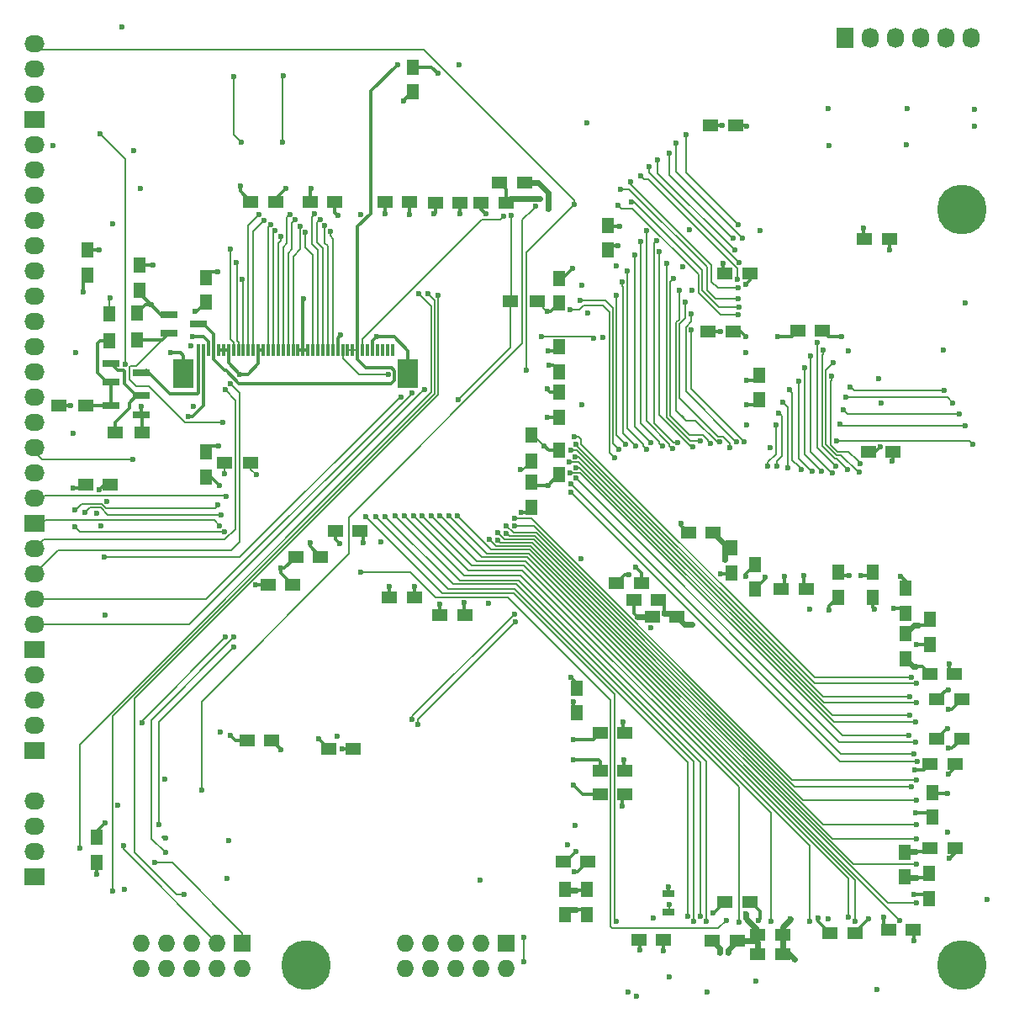
<source format=gbr>
G04 #@! TF.FileFunction,Copper,L4,Bot,Signal*
%FSLAX46Y46*%
G04 Gerber Fmt 4.6, Leading zero omitted, Abs format (unit mm)*
G04 Created by KiCad (PCBNEW 0.201602141416+6556~42~ubuntu14.04.1-product) date ons 24 feb 2016 10:42:23*
%MOMM*%
G01*
G04 APERTURE LIST*
%ADD10C,0.100000*%
%ADD11C,5.000000*%
%ADD12R,1.727200X1.727200*%
%ADD13O,1.727200X1.727200*%
%ADD14R,0.300000X1.250000*%
%ADD15R,2.000000X3.000000*%
%ADD16R,1.800860X0.800100*%
%ADD17R,2.032000X1.727200*%
%ADD18O,2.032000X1.727200*%
%ADD19R,1.727200X2.032000*%
%ADD20O,1.727200X2.032000*%
%ADD21R,1.300000X1.500000*%
%ADD22R,1.500000X1.300000*%
%ADD23R,1.300000X0.700000*%
%ADD24R,1.250000X1.500000*%
%ADD25R,1.500000X1.250000*%
%ADD26C,0.600000*%
%ADD27C,0.165100*%
%ADD28C,0.609600*%
%ADD29C,0.304800*%
G04 APERTURE END LIST*
D10*
D11*
X115000000Y-146000000D03*
X181000000Y-70000000D03*
D12*
X108600000Y-143800000D03*
D13*
X108600000Y-146340000D03*
X106060000Y-143800000D03*
X106060000Y-146340000D03*
X103520000Y-143800000D03*
X103520000Y-146340000D03*
X100980000Y-143800000D03*
X100980000Y-146340000D03*
X98440000Y-143800000D03*
X98440000Y-146340000D03*
D12*
X135180000Y-143800000D03*
D13*
X135180000Y-146340000D03*
X132640000Y-143800000D03*
X132640000Y-146340000D03*
X130100000Y-143800000D03*
X130100000Y-146340000D03*
X127560000Y-143800000D03*
X127560000Y-146340000D03*
X125020000Y-143800000D03*
X125020000Y-146340000D03*
D14*
X104190000Y-84175000D03*
X104690000Y-84175000D03*
X105190000Y-84175000D03*
X105690000Y-84175000D03*
X106190000Y-84175000D03*
X106690000Y-84175000D03*
X107190000Y-84175000D03*
X107690000Y-84175000D03*
X108190000Y-84175000D03*
X108690000Y-84175000D03*
X109190000Y-84175000D03*
X109690000Y-84175000D03*
X110190000Y-84175000D03*
X110690000Y-84175000D03*
X111190000Y-84175000D03*
X111690000Y-84175000D03*
X112190000Y-84175000D03*
X112690000Y-84175000D03*
X113190000Y-84175000D03*
X113690000Y-84175000D03*
X114190000Y-84175000D03*
X114690000Y-84175000D03*
X115190000Y-84175000D03*
X115690000Y-84175000D03*
X116190000Y-84175000D03*
X116690000Y-84175000D03*
X117190000Y-84175000D03*
X117690000Y-84175000D03*
X118190000Y-84175000D03*
X118690000Y-84175000D03*
X119190000Y-84175000D03*
X119690000Y-84175000D03*
X120190000Y-84175000D03*
X120690000Y-84175000D03*
X121190000Y-84175000D03*
X121690000Y-84175000D03*
X122190000Y-84175000D03*
X122690000Y-84175000D03*
X123190000Y-84175000D03*
X123690000Y-84175000D03*
D15*
X125230000Y-86500000D03*
X102650000Y-86500000D03*
D16*
X98401140Y-88750000D03*
X98401140Y-90650000D03*
X95398860Y-89700000D03*
X95398860Y-87350000D03*
X95398860Y-85450000D03*
X98401140Y-86400000D03*
D17*
X87630000Y-124460000D03*
D18*
X87630000Y-121920000D03*
X87630000Y-119380000D03*
X87630000Y-116840000D03*
D17*
X87630000Y-137160000D03*
D18*
X87630000Y-134620000D03*
X87630000Y-132080000D03*
X87630000Y-129540000D03*
D17*
X87630000Y-101600000D03*
D18*
X87630000Y-99060000D03*
X87630000Y-96520000D03*
X87630000Y-93980000D03*
X87630000Y-91440000D03*
X87630000Y-88900000D03*
X87630000Y-86360000D03*
X87630000Y-83820000D03*
X87630000Y-81280000D03*
X87630000Y-78740000D03*
X87630000Y-76200000D03*
X87630000Y-73660000D03*
X87630000Y-71120000D03*
X87630000Y-68580000D03*
X87630000Y-66040000D03*
X87630000Y-63500000D03*
D19*
X169250000Y-52750000D03*
D20*
X171790000Y-52750000D03*
X174330000Y-52750000D03*
X176870000Y-52750000D03*
X179410000Y-52750000D03*
X181950000Y-52750000D03*
D21*
X95200000Y-83200000D03*
X95200000Y-80500000D03*
D22*
X92850000Y-89700000D03*
X90150000Y-89700000D03*
X95750000Y-92400000D03*
X98450000Y-92400000D03*
D21*
X98000000Y-80450000D03*
X98000000Y-83150000D03*
D17*
X87630000Y-60960000D03*
D18*
X87630000Y-58420000D03*
X87630000Y-55880000D03*
X87630000Y-53340000D03*
D23*
X151500000Y-140700000D03*
X151500000Y-138800000D03*
D16*
X101198860Y-82450000D03*
X101198860Y-80550000D03*
X104201140Y-81500000D03*
D24*
X93950000Y-133200000D03*
X93950000Y-135700000D03*
D25*
X92800000Y-97650000D03*
X95300000Y-97650000D03*
D24*
X125750000Y-55650000D03*
X125750000Y-58150000D03*
X92950000Y-76600000D03*
X92950000Y-74100000D03*
X98250000Y-78100000D03*
X98250000Y-75600000D03*
D25*
X155750000Y-61500000D03*
X158250000Y-61500000D03*
X155500000Y-82300000D03*
X158000000Y-82300000D03*
D24*
X145400000Y-74100000D03*
X145400000Y-71600000D03*
D25*
X157200000Y-76450000D03*
X159700000Y-76450000D03*
X171250000Y-73000000D03*
X173750000Y-73000000D03*
X167000000Y-82200000D03*
X164500000Y-82200000D03*
X171600000Y-94350000D03*
X174100000Y-94350000D03*
D24*
X160600000Y-89150000D03*
X160600000Y-86650000D03*
D25*
X119750000Y-124250000D03*
X117250000Y-124250000D03*
X109050000Y-123450000D03*
X111550000Y-123450000D03*
X122950000Y-69200000D03*
X125450000Y-69200000D03*
X137000000Y-67300000D03*
X134500000Y-67300000D03*
X111950000Y-69200000D03*
X109450000Y-69200000D03*
D24*
X104900000Y-94400000D03*
X104900000Y-96900000D03*
X140450000Y-79400000D03*
X140450000Y-76900000D03*
X140500000Y-86300000D03*
X140500000Y-83800000D03*
D25*
X115400000Y-69250000D03*
X117900000Y-69250000D03*
X113650000Y-107750000D03*
X111150000Y-107750000D03*
X113950000Y-104950000D03*
X116450000Y-104950000D03*
D24*
X104900000Y-76850000D03*
X104900000Y-79350000D03*
X140500000Y-88400000D03*
X140500000Y-90900000D03*
X140500000Y-94200000D03*
X140500000Y-96700000D03*
D25*
X128000000Y-69300000D03*
X130500000Y-69300000D03*
X120450000Y-102350000D03*
X117950000Y-102350000D03*
X135150000Y-69300000D03*
X132650000Y-69300000D03*
X123400000Y-109000000D03*
X125900000Y-109000000D03*
D24*
X137700000Y-97450000D03*
X137700000Y-99950000D03*
D25*
X128500000Y-110800000D03*
X131000000Y-110800000D03*
X146250000Y-107550000D03*
X148750000Y-107550000D03*
D24*
X143250000Y-138450000D03*
X143250000Y-140950000D03*
D25*
X153500000Y-102550000D03*
X156000000Y-102550000D03*
X148000000Y-109250000D03*
X150500000Y-109250000D03*
X143400000Y-135600000D03*
X140900000Y-135600000D03*
X181000000Y-119300000D03*
X178500000Y-119300000D03*
X144600000Y-128850000D03*
X147100000Y-128850000D03*
D24*
X142250000Y-120650000D03*
X142250000Y-118150000D03*
X157800000Y-104050000D03*
X157800000Y-106550000D03*
X160200000Y-108200000D03*
X160200000Y-105700000D03*
D25*
X165350000Y-108150000D03*
X162850000Y-108150000D03*
X147100000Y-126500000D03*
X144600000Y-126500000D03*
X173650000Y-142450000D03*
X176150000Y-142450000D03*
X160500000Y-142950000D03*
X163000000Y-142950000D03*
X144600000Y-122700000D03*
X147100000Y-122700000D03*
X148500000Y-143450000D03*
X151000000Y-143450000D03*
X181000000Y-123250000D03*
X178500000Y-123250000D03*
X170250000Y-142800000D03*
X167750000Y-142800000D03*
D24*
X168600000Y-109000000D03*
X168600000Y-106500000D03*
X177750000Y-139300000D03*
X177750000Y-136800000D03*
X178050000Y-131150000D03*
X178050000Y-128650000D03*
X172050000Y-106500000D03*
X172050000Y-109000000D03*
D25*
X157200000Y-139650000D03*
X159700000Y-139650000D03*
X177850000Y-125800000D03*
X180350000Y-125800000D03*
X180300000Y-116750000D03*
X177800000Y-116750000D03*
D24*
X177800000Y-111250000D03*
X177800000Y-113750000D03*
D25*
X155900000Y-143600000D03*
X158400000Y-143600000D03*
X180350000Y-134250000D03*
X177850000Y-134250000D03*
D24*
X175350000Y-110600000D03*
X175350000Y-108100000D03*
D25*
X149850000Y-110950000D03*
X152350000Y-110950000D03*
D24*
X175250000Y-134650000D03*
X175250000Y-137150000D03*
D25*
X160500000Y-144950000D03*
X163000000Y-144950000D03*
D24*
X175350000Y-115200000D03*
X175350000Y-112700000D03*
X141100000Y-138450000D03*
X141100000Y-140950000D03*
D17*
X87630000Y-114300000D03*
D18*
X87630000Y-111760000D03*
X87630000Y-109220000D03*
X87630000Y-106680000D03*
X87630000Y-104140000D03*
D21*
X137700000Y-92650000D03*
X137700000Y-95350000D03*
D22*
X109450000Y-95500000D03*
X106750000Y-95500000D03*
X135550000Y-79200000D03*
X138250000Y-79200000D03*
D11*
X181000000Y-146000000D03*
D26*
X164150000Y-145400000D03*
X160585936Y-141521369D03*
X149750000Y-112040160D03*
X148594127Y-144488157D03*
X139335614Y-90900799D03*
X123400000Y-107950000D03*
X118400000Y-103600000D03*
X159300000Y-77550000D03*
X159400000Y-61600000D03*
X159250000Y-82750000D03*
X174050000Y-95350000D03*
X173800000Y-74050000D03*
X116250000Y-123250000D03*
X112500000Y-124350000D03*
X93950000Y-136850000D03*
X124800000Y-59050000D03*
X99550000Y-75600000D03*
X94156070Y-74101214D03*
X94150000Y-98150000D03*
X175450000Y-63475000D03*
X175500000Y-59800000D03*
X93949996Y-100600000D03*
X108400000Y-67650000D03*
X101350000Y-84402330D03*
X103600000Y-82750000D03*
X108300000Y-86550000D03*
X118500000Y-82600000D03*
X122100000Y-82800000D03*
X114750000Y-78950000D03*
X159350000Y-87200000D03*
X162500000Y-82750000D03*
X103650002Y-89800000D03*
X97650000Y-64100000D03*
X100850000Y-133250000D03*
X133400000Y-109650000D03*
X128450000Y-109700000D03*
X139300000Y-80200000D03*
X115500000Y-67900000D03*
X98350000Y-67900000D03*
X91800000Y-84350000D03*
X151450000Y-138150000D03*
X141950000Y-119500000D03*
X157150000Y-105250000D03*
X159350000Y-91650000D03*
X143350000Y-80450000D03*
X146250000Y-75700000D03*
X153850000Y-78150000D03*
X172900000Y-89500000D03*
X169650000Y-84200000D03*
X181350000Y-79400000D03*
X130400000Y-55450000D03*
X143300000Y-61300000D03*
X146600000Y-71700000D03*
X160750000Y-72100000D03*
X96450000Y-51650000D03*
X98400000Y-89800000D03*
X91300000Y-89750000D03*
X91550000Y-92500000D03*
X122500000Y-103400000D03*
X139350000Y-97750000D03*
X142750000Y-89600000D03*
X103850000Y-80250000D03*
X176200000Y-143600000D03*
X167550000Y-141350000D03*
X163800000Y-141400000D03*
X156650000Y-144750000D03*
X150000000Y-141250000D03*
X142150000Y-140450000D03*
X142050000Y-136650000D03*
X141300000Y-133900000D03*
X142100000Y-132000000D03*
X141900000Y-127900000D03*
X141950000Y-125400000D03*
X141900000Y-123350000D03*
X142650000Y-105150000D03*
X148150000Y-105950000D03*
X151100000Y-110650000D03*
X153900000Y-111700000D03*
X159250000Y-106900000D03*
X163150000Y-106950000D03*
X161700000Y-94000000D03*
X165750000Y-110250000D03*
X167700000Y-110300000D03*
X172250000Y-110250000D03*
X174200000Y-110150000D03*
X176600000Y-111850000D03*
X179750000Y-115700000D03*
X179700000Y-120300000D03*
X179700000Y-124200000D03*
X179700000Y-126800000D03*
X179600000Y-128750000D03*
X179600000Y-132650000D03*
X179800000Y-135300000D03*
X176500000Y-137200000D03*
X171600000Y-141400000D03*
X172500000Y-148500000D03*
X148300000Y-149200000D03*
X155400000Y-148700000D03*
X138500000Y-68900000D03*
X125400000Y-70500000D03*
X120500000Y-70500000D03*
X106300000Y-97800000D03*
X112500000Y-106100000D03*
X139427919Y-85654061D03*
X118100000Y-123000000D03*
X106400000Y-122600000D03*
X144900000Y-82900000D03*
X130500000Y-70400000D03*
X95500000Y-71400000D03*
X110000000Y-96700000D03*
X128300000Y-56300000D03*
X139265660Y-88056720D03*
X94747080Y-110782100D03*
X94361000Y-101818440D03*
X152750000Y-101550000D03*
X141650000Y-117050000D03*
X118600000Y-124250000D03*
X136650000Y-100450000D03*
X157000000Y-75400000D03*
X182350000Y-61600000D03*
X182350000Y-59900000D03*
X167550000Y-59800000D03*
X167650000Y-63575000D03*
X94950238Y-99348204D03*
X96047670Y-129900000D03*
X109937261Y-107787261D03*
X142778798Y-77600055D03*
X141850000Y-75900000D03*
X89550000Y-63600000D03*
X91550000Y-98050000D03*
X103400000Y-83700000D03*
X125900000Y-107900000D03*
X130950000Y-109550000D03*
X120750000Y-103550000D03*
X112950000Y-67900000D03*
X157500000Y-144750000D03*
X172700000Y-87000000D03*
X159400000Y-89650000D03*
X153600000Y-72000000D03*
X172800000Y-93850000D03*
X146450000Y-73650000D03*
X156950000Y-61500000D03*
X152900000Y-75750000D03*
X115400000Y-103500000D03*
X139000000Y-93750000D03*
X139350000Y-84250000D03*
X106100000Y-76250000D03*
X106200000Y-93750000D03*
X147550000Y-106750000D03*
X151600000Y-147200000D03*
X100800000Y-127300000D03*
X123000000Y-70400000D03*
X118200000Y-70600000D03*
X127900000Y-70400000D03*
X171100000Y-71900000D03*
X168900000Y-82800000D03*
X156700000Y-82300000D03*
X159300000Y-84400000D03*
X166600000Y-141300000D03*
X173200000Y-141200000D03*
X176200000Y-138900000D03*
X176400000Y-134600000D03*
X176400000Y-130700000D03*
X176300000Y-126400000D03*
X179600000Y-122200000D03*
X179700000Y-118300000D03*
X176400000Y-116000000D03*
X176500000Y-113800000D03*
X174900000Y-106900000D03*
X170900000Y-106800000D03*
X169700000Y-106800000D03*
X165100000Y-106800000D03*
X161200000Y-107000000D03*
X156700000Y-106700000D03*
X148400000Y-111000000D03*
X146900000Y-121600000D03*
X147000000Y-125400000D03*
X146800000Y-130000000D03*
X142200000Y-134600000D03*
X142200000Y-138500000D03*
X151000000Y-144600000D03*
X156000000Y-140800000D03*
X159300000Y-140900000D03*
X96700000Y-138400000D03*
X94800000Y-131700000D03*
X107200000Y-133500000D03*
X107000000Y-137300000D03*
X132500000Y-137500000D03*
X147400000Y-148700000D03*
X160300000Y-147600000D03*
X183600000Y-139400000D03*
X179200000Y-84100000D03*
X92600000Y-78300000D03*
X99400000Y-79600000D03*
X139400000Y-69900000D03*
X133126811Y-70452329D03*
X107364512Y-122913308D03*
X141708540Y-97637130D03*
X176229378Y-124805319D03*
X142191755Y-97043918D03*
X176400000Y-123550000D03*
X141624492Y-96478152D03*
X175700000Y-122900000D03*
X141700000Y-98450000D03*
X176550000Y-125500000D03*
X142214417Y-95948596D03*
X176400000Y-121600000D03*
X141518099Y-95380704D03*
X175750000Y-120900000D03*
X142110594Y-94853274D03*
X176500000Y-119650000D03*
X141680370Y-94220579D03*
X175750000Y-119000000D03*
X142164470Y-93628091D03*
X176500000Y-117700000D03*
X142000000Y-92850000D03*
X175950000Y-117050000D03*
X181400000Y-91750000D03*
X168738654Y-91548990D03*
X180750000Y-90550000D03*
X169068865Y-90129177D03*
X180100000Y-89450000D03*
X169316536Y-88909358D03*
X169784898Y-87842159D03*
X179250000Y-88200000D03*
X168408443Y-93276864D03*
X182150000Y-93600000D03*
X149752107Y-93482752D03*
X148092593Y-74552330D03*
X149250000Y-94100000D03*
X147371060Y-76152330D03*
X152400000Y-93450000D03*
X150319668Y-73104679D03*
X150858498Y-93796601D03*
X148700000Y-73247670D03*
X151900000Y-94050000D03*
X149255075Y-72152330D03*
X151300000Y-75447670D03*
X154701392Y-93246751D03*
X153950000Y-93850000D03*
X150600000Y-74200000D03*
X152000000Y-76947670D03*
X155750000Y-93550000D03*
X157650000Y-94000000D03*
X153200000Y-79300000D03*
X156650000Y-93400000D03*
X152600000Y-78100000D03*
X158315340Y-93378551D03*
X153787743Y-80498639D03*
X162624287Y-90452330D03*
X162391600Y-95801120D03*
X159129616Y-93369661D03*
X153787733Y-82098637D03*
X162315106Y-91647670D03*
X161513971Y-95858944D03*
X170800000Y-95550000D03*
X167900021Y-86746829D03*
X169532560Y-96164613D03*
X167100000Y-84100000D03*
X170750000Y-96450000D03*
X168100000Y-85400000D03*
X168350000Y-95850000D03*
X166500000Y-83400000D03*
X167971787Y-96515095D03*
X165812725Y-84759329D03*
X166900000Y-96300000D03*
X165234844Y-85947670D03*
X164900000Y-96150000D03*
X163670244Y-88152330D03*
X165950000Y-96350000D03*
X164632622Y-87253302D03*
X163550000Y-95950000D03*
X162992610Y-89367257D03*
X142613606Y-79172104D03*
X146500000Y-94150000D03*
X148200000Y-93800000D03*
X146800000Y-77247670D03*
X147150000Y-93600000D03*
X146277844Y-78632424D03*
X146050000Y-94999998D03*
X141593008Y-80077908D03*
X130300000Y-89100000D03*
X124532577Y-88858069D03*
X94700000Y-105000000D03*
X135700000Y-70547782D03*
X147734260Y-69247670D03*
X158562254Y-79787746D03*
X146653044Y-67952330D03*
X158550000Y-78950000D03*
X147689530Y-67183998D03*
X158500000Y-77900000D03*
X148710055Y-66644842D03*
X158450000Y-77000000D03*
X158612261Y-75337739D03*
X149539952Y-65710047D03*
X150416924Y-65001973D03*
X158150000Y-74100000D03*
X158000000Y-72900000D03*
X151600000Y-64350000D03*
X158950000Y-72900000D03*
X152250000Y-63300000D03*
X158500000Y-71500000D03*
X153300000Y-62500000D03*
X92200000Y-134250000D03*
X126350000Y-78500000D03*
X95500000Y-138550000D03*
X127250000Y-78500000D03*
X143968695Y-82959246D03*
X138700000Y-82750000D03*
X138141028Y-69669920D03*
X104500000Y-128450000D03*
X100850000Y-134700000D03*
X107750000Y-113050000D03*
X106800000Y-96600000D03*
X126300000Y-121800000D03*
X136100000Y-111500000D03*
X121000000Y-100900000D03*
X146200000Y-141600000D03*
X97518354Y-95156154D03*
X122000000Y-100900000D03*
X153400000Y-141100000D03*
X123000000Y-100900000D03*
X154000000Y-141600000D03*
X124000000Y-100800000D03*
X154700000Y-141100000D03*
X124900000Y-100800000D03*
X155300000Y-141600000D03*
X123294979Y-86568996D03*
X137200000Y-86200000D03*
X142050000Y-69500000D03*
X158550000Y-80600000D03*
X146443331Y-69577881D03*
X125800000Y-100800000D03*
X158600000Y-141700000D03*
X126700000Y-100800000D03*
X161800000Y-141600000D03*
X127600000Y-100800000D03*
X165700000Y-141600000D03*
X128500000Y-100800000D03*
X169600000Y-141200000D03*
X129400000Y-100800000D03*
X170300000Y-141600000D03*
X130200000Y-100800000D03*
X174800000Y-141500000D03*
X176500000Y-139800000D03*
X133476728Y-103223777D03*
X176500000Y-135900000D03*
X134294404Y-103266944D03*
X176500000Y-131900000D03*
X135188238Y-102611762D03*
X176500000Y-133300000D03*
X134300984Y-102499016D03*
X176500000Y-129400000D03*
X135183543Y-101832559D03*
X176000000Y-128100000D03*
X135995298Y-101869805D03*
X176500000Y-127400000D03*
X136000000Y-101100000D03*
X106773980Y-102438200D03*
X91750000Y-101950000D03*
X91750000Y-100250000D03*
X106150000Y-99750000D03*
X92735400Y-100469700D03*
X106450000Y-100700000D03*
X107350002Y-73950000D03*
X107950000Y-75350000D03*
X108600000Y-77050000D03*
X110292026Y-70484889D03*
X110782812Y-71071852D03*
X111402330Y-71520844D03*
X111902330Y-72150000D03*
X112450000Y-72700000D03*
X113387660Y-70483863D03*
X113902330Y-71050000D03*
X114402330Y-71650000D03*
X114950000Y-72300000D03*
X115887660Y-70433863D03*
X116402330Y-71000000D03*
X116902330Y-71600000D03*
X117450000Y-72200000D03*
X107750000Y-56650000D03*
X108500000Y-63200000D03*
X112750000Y-56500000D03*
X112600000Y-63200000D03*
X103150000Y-90800000D03*
X106304080Y-101797660D03*
X106967020Y-98844100D03*
X124200000Y-55400000D03*
X134900000Y-70700000D03*
X94250000Y-62400000D03*
X96773996Y-85536422D03*
X95300000Y-78900000D03*
X106650000Y-91400000D03*
X98450000Y-121650000D03*
X106850000Y-113050000D03*
X99799998Y-135700000D03*
X100150000Y-131900000D03*
X107700000Y-114000000D03*
X125700000Y-121300000D03*
X136000000Y-110700000D03*
X128300000Y-78600000D03*
X102700000Y-138900000D03*
X157300000Y-141526600D03*
X120500000Y-106500000D03*
X136900000Y-143200000D03*
X136900000Y-145650000D03*
X96599998Y-134000000D03*
X151550000Y-139950000D03*
X106834940Y-88140540D03*
X107363260Y-87541100D03*
X125700000Y-88465154D03*
X126900002Y-88100000D03*
X136600000Y-96200000D03*
D27*
X139300000Y-80200000D02*
X139250000Y-80200000D01*
X139250000Y-80200000D02*
X138250000Y-79200000D01*
D28*
X156650000Y-144750000D02*
X156650000Y-144350000D01*
X156650000Y-144350000D02*
X155900000Y-143600000D01*
X163000000Y-144950000D02*
X163700000Y-144950000D01*
X163700000Y-144950000D02*
X164150000Y-145400000D01*
X163000000Y-142950000D02*
X163000000Y-142200000D01*
X163000000Y-142200000D02*
X163800000Y-141400000D01*
X163000000Y-142950000D02*
X163000000Y-144950000D01*
D29*
X160754800Y-141352505D02*
X160585936Y-141521369D01*
X159825000Y-139650000D02*
X160754800Y-140579800D01*
X159700000Y-139650000D02*
X159825000Y-139650000D01*
X160754800Y-140579800D02*
X160754800Y-141352505D01*
X150500000Y-109250000D02*
X151100000Y-109850000D01*
X151100000Y-109850000D02*
X151100000Y-110650000D01*
D28*
X153900000Y-111700000D02*
X153100000Y-111700000D01*
X153100000Y-111700000D02*
X152350000Y-110950000D01*
X151100000Y-110650000D02*
X152050000Y-110650000D01*
X152050000Y-110650000D02*
X152350000Y-110950000D01*
X157150000Y-105250000D02*
X157150000Y-103700000D01*
X157150000Y-103700000D02*
X156000000Y-102550000D01*
X176500000Y-137200000D02*
X175300000Y-137200000D01*
X175300000Y-137200000D02*
X175250000Y-137150000D01*
X142150000Y-140450000D02*
X141600000Y-140450000D01*
X141600000Y-140450000D02*
X141100000Y-140950000D01*
X176600000Y-111850000D02*
X176200000Y-111850000D01*
X176200000Y-111850000D02*
X175350000Y-112700000D01*
D29*
X163150000Y-106950000D02*
X163150000Y-107850000D01*
X163150000Y-107850000D02*
X162850000Y-108150000D01*
X167700000Y-110300000D02*
X167700000Y-109900000D01*
X167700000Y-109900000D02*
X168600000Y-109000000D01*
X172050000Y-109000000D02*
X172050000Y-110050000D01*
X172050000Y-110050000D02*
X172250000Y-110250000D01*
X174200000Y-110150000D02*
X174900000Y-110150000D01*
X174900000Y-110150000D02*
X175350000Y-110600000D01*
X159250000Y-106900000D02*
X159250000Y-106650000D01*
X159250000Y-106650000D02*
X160200000Y-105700000D01*
X157150000Y-105250000D02*
X157150000Y-104700000D01*
X157150000Y-104700000D02*
X157800000Y-104050000D01*
X148150000Y-105950000D02*
X148750000Y-106550000D01*
X148750000Y-106550000D02*
X148750000Y-107550000D01*
X141950000Y-119500000D02*
X141950000Y-120350000D01*
X141950000Y-120350000D02*
X142250000Y-120650000D01*
X148594127Y-144488157D02*
X148594127Y-143544127D01*
X148594127Y-143544127D02*
X148500000Y-143450000D01*
X170250000Y-142800000D02*
X170250000Y-142750000D01*
X170250000Y-142750000D02*
X171600000Y-141400000D01*
X176200000Y-143600000D02*
X176200000Y-142500000D01*
X176200000Y-142500000D02*
X176150000Y-142450000D01*
X142150000Y-140450000D02*
X142750000Y-140450000D01*
X142750000Y-140450000D02*
X143250000Y-140950000D01*
X142050000Y-136650000D02*
X142350000Y-136650000D01*
X142350000Y-136650000D02*
X143400000Y-135600000D01*
X144600000Y-128850000D02*
X142850000Y-128850000D01*
X142850000Y-128850000D02*
X141900000Y-127900000D01*
X141950000Y-125400000D02*
X144429800Y-125400000D01*
X144429800Y-125400000D02*
X144600000Y-125570200D01*
X144600000Y-125570200D02*
X144600000Y-126500000D01*
X141900000Y-123350000D02*
X143950000Y-123350000D01*
X143950000Y-123350000D02*
X144600000Y-122700000D01*
X176600000Y-111850000D02*
X177200000Y-111850000D01*
X177200000Y-111850000D02*
X177800000Y-111250000D01*
X179750000Y-115700000D02*
X179750000Y-116200000D01*
X179750000Y-116200000D02*
X180300000Y-116750000D01*
X179700000Y-120300000D02*
X180000000Y-120300000D01*
X180000000Y-120300000D02*
X181000000Y-119300000D01*
X179700000Y-124200000D02*
X180050000Y-124200000D01*
X180050000Y-124200000D02*
X181000000Y-123250000D01*
X180350000Y-125800000D02*
X180350000Y-126150000D01*
X180350000Y-126150000D02*
X179700000Y-126800000D01*
X179600000Y-128750000D02*
X178150000Y-128750000D01*
X178150000Y-128750000D02*
X178050000Y-128650000D01*
X180350000Y-134250000D02*
X180350000Y-134750000D01*
X180350000Y-134750000D02*
X179800000Y-135300000D01*
X176500000Y-137200000D02*
X177350000Y-137200000D01*
X177350000Y-137200000D02*
X177750000Y-136800000D01*
X103850000Y-80250000D02*
X104000000Y-80250000D01*
X104000000Y-80250000D02*
X104900000Y-79350000D01*
X104900000Y-96900000D02*
X105400000Y-96900000D01*
X105400000Y-96900000D02*
X106300000Y-97800000D01*
X108400000Y-67650000D02*
X108400000Y-68150000D01*
X108400000Y-68150000D02*
X109450000Y-69200000D01*
X115400000Y-69250000D02*
X115400000Y-68000000D01*
X115400000Y-68000000D02*
X115500000Y-67900000D01*
X125450000Y-69200000D02*
X125450000Y-70450000D01*
X125450000Y-70450000D02*
X125400000Y-70500000D01*
X130500000Y-69300000D02*
X130500000Y-70400000D01*
D28*
X135550000Y-68900000D02*
X135150000Y-69300000D01*
X138500000Y-68900000D02*
X135550000Y-68900000D01*
D29*
X135150000Y-69300000D02*
X135150000Y-67950000D01*
X135150000Y-67950000D02*
X134500000Y-67300000D01*
X139300000Y-80200000D02*
X139650000Y-80200000D01*
X139650000Y-80200000D02*
X140450000Y-79400000D01*
X139427919Y-85654061D02*
X139854061Y-85654061D01*
X139854061Y-85654061D02*
X140500000Y-86300000D01*
X140500000Y-90900000D02*
X139336413Y-90900000D01*
X139336413Y-90900000D02*
X139335614Y-90900799D01*
X140500000Y-96700000D02*
X140400000Y-96700000D01*
X140400000Y-96700000D02*
X139350000Y-97750000D01*
X139350000Y-97750000D02*
X138000000Y-97750000D01*
X138000000Y-97750000D02*
X137700000Y-97450000D01*
X128450000Y-109700000D02*
X128450000Y-110750000D01*
X128450000Y-110750000D02*
X128500000Y-110800000D01*
X123400000Y-109000000D02*
X123400000Y-107950000D01*
X117950000Y-102350000D02*
X117950000Y-103150000D01*
X117950000Y-103150000D02*
X118400000Y-103600000D01*
X112500000Y-106100000D02*
X112800000Y-106100000D01*
X112800000Y-106100000D02*
X113950000Y-104950000D01*
X112500000Y-106100000D02*
X112500000Y-106600000D01*
X112500000Y-106600000D02*
X113650000Y-107750000D01*
X159700000Y-76450000D02*
X159700000Y-77150000D01*
X159700000Y-77150000D02*
X159300000Y-77550000D01*
X158250000Y-61500000D02*
X159300000Y-61500000D01*
X159300000Y-61500000D02*
X159400000Y-61600000D01*
X158000000Y-82300000D02*
X158800000Y-82300000D01*
X158800000Y-82300000D02*
X159250000Y-82750000D01*
X146600000Y-71700000D02*
X145500000Y-71700000D01*
X145500000Y-71700000D02*
X145400000Y-71600000D01*
X174100000Y-94350000D02*
X174100000Y-95300000D01*
X174100000Y-95300000D02*
X174050000Y-95350000D01*
X173750000Y-73000000D02*
X173750000Y-74000000D01*
X173750000Y-74000000D02*
X173800000Y-74050000D01*
X159350000Y-87200000D02*
X160050000Y-87200000D01*
X160050000Y-87200000D02*
X160600000Y-86650000D01*
X162500000Y-82750000D02*
X163950000Y-82750000D01*
X163950000Y-82750000D02*
X164500000Y-82200000D01*
X117250000Y-124250000D02*
X116250000Y-123250000D01*
X111550000Y-123450000D02*
X111600000Y-123450000D01*
X111600000Y-123450000D02*
X112500000Y-124350000D01*
X93950000Y-135700000D02*
X93950000Y-136850000D01*
X125750000Y-58150000D02*
X125700000Y-58150000D01*
X125700000Y-58150000D02*
X124800000Y-59050000D01*
X98250000Y-75600000D02*
X99550000Y-75600000D01*
X92950000Y-74100000D02*
X94154856Y-74100000D01*
X94154856Y-74100000D02*
X94156070Y-74101214D01*
X95300000Y-97650000D02*
X94650000Y-97650000D01*
X94650000Y-97650000D02*
X94150000Y-98150000D01*
X102357130Y-84402330D02*
X101774264Y-84402330D01*
X101774264Y-84402330D02*
X101350000Y-84402330D01*
X102650000Y-86500000D02*
X102650000Y-84695200D01*
X102650000Y-84695200D02*
X102357130Y-84402330D01*
X105190000Y-84175000D02*
X105190000Y-83290000D01*
X104650000Y-82750000D02*
X103600000Y-82750000D01*
X105190000Y-83290000D02*
X104650000Y-82750000D01*
X110190000Y-84175000D02*
X110190000Y-85510000D01*
X109150000Y-86550000D02*
X108300000Y-86550000D01*
X110190000Y-85510000D02*
X109150000Y-86550000D01*
X107190000Y-84175000D02*
X107190000Y-85440000D01*
X107190000Y-85440000D02*
X108300000Y-86550000D01*
X106190000Y-84175000D02*
X106690000Y-84175000D01*
X106690000Y-84175000D02*
X107190000Y-84175000D01*
X110690000Y-84175000D02*
X110190000Y-84175000D01*
X118190000Y-84175000D02*
X118190000Y-82910000D01*
X118190000Y-82910000D02*
X118500000Y-82600000D01*
X122100000Y-82800000D02*
X123850000Y-82800000D01*
X125230000Y-84180000D02*
X125230000Y-86500000D01*
X123850000Y-82800000D02*
X125230000Y-84180000D01*
X121690000Y-84175000D02*
X121690000Y-83210000D01*
X121690000Y-83210000D02*
X122100000Y-82800000D01*
X114690000Y-84175000D02*
X114690000Y-79010000D01*
X114690000Y-79010000D02*
X114750000Y-78950000D01*
X115190000Y-84175000D02*
X114690000Y-84175000D01*
X114190000Y-84175000D02*
X114690000Y-84175000D01*
X100800000Y-133200000D02*
X100600000Y-133200000D01*
X100850000Y-133250000D02*
X100800000Y-133200000D01*
X151500000Y-138800000D02*
X151500000Y-138200000D01*
X151500000Y-138200000D02*
X151450000Y-138150000D01*
X98401140Y-90650000D02*
X98401140Y-89801140D01*
X98401140Y-89801140D02*
X98400000Y-89800000D01*
X90150000Y-89700000D02*
X91250000Y-89700000D01*
X91250000Y-89700000D02*
X91300000Y-89750000D01*
X98450000Y-92400000D02*
X98450000Y-90698860D01*
X98450000Y-90698860D02*
X98401140Y-90650000D01*
D27*
X139000000Y-93750000D02*
X137900000Y-92650000D01*
X137900000Y-92650000D02*
X137700000Y-92650000D01*
X109450000Y-95500000D02*
X109450000Y-96150000D01*
X109450000Y-96150000D02*
X110000000Y-96700000D01*
D29*
X125750000Y-55650000D02*
X127650000Y-55650000D01*
X127650000Y-55650000D02*
X128300000Y-56300000D01*
X139265660Y-88095460D02*
X139265660Y-88056720D01*
X139570200Y-88400000D02*
X139265660Y-88095460D01*
X140500000Y-88400000D02*
X139570200Y-88400000D01*
D28*
X160500000Y-142524264D02*
X160500000Y-142950000D01*
X159300000Y-140900000D02*
X159300000Y-141324264D01*
X159300000Y-141324264D02*
X160500000Y-142524264D01*
X159850000Y-143600000D02*
X160384600Y-143600000D01*
X160384600Y-143600000D02*
X160500000Y-143715400D01*
X160500000Y-143715400D02*
X160500000Y-144950000D01*
X158400000Y-143600000D02*
X159850000Y-143600000D01*
X159850000Y-143600000D02*
X160500000Y-142950000D01*
X157500000Y-144750000D02*
X157500000Y-144500000D01*
X157500000Y-144500000D02*
X158400000Y-143600000D01*
D29*
X148000000Y-109250000D02*
X148000000Y-110600000D01*
X148000000Y-110600000D02*
X148400000Y-111000000D01*
D28*
X148400000Y-111000000D02*
X149800000Y-111000000D01*
X149800000Y-111000000D02*
X149850000Y-110950000D01*
D29*
X152750000Y-101550000D02*
X152750000Y-101800000D01*
X152750000Y-101800000D02*
X153500000Y-102550000D01*
D28*
X176400000Y-134600000D02*
X175300000Y-134600000D01*
X175300000Y-134600000D02*
X175250000Y-134650000D01*
X142200000Y-138500000D02*
X141150000Y-138500000D01*
X141150000Y-138500000D02*
X141100000Y-138450000D01*
X176400000Y-116000000D02*
X176150000Y-116000000D01*
X176150000Y-116000000D02*
X175350000Y-115200000D01*
D29*
X165100000Y-106800000D02*
X165100000Y-107900000D01*
X165100000Y-107900000D02*
X165350000Y-108150000D01*
X169700000Y-106800000D02*
X168900000Y-106800000D01*
X168900000Y-106800000D02*
X168600000Y-106500000D01*
X170900000Y-106800000D02*
X171750000Y-106800000D01*
X171750000Y-106800000D02*
X172050000Y-106500000D01*
X175350000Y-108100000D02*
X175350000Y-107350000D01*
X175350000Y-107350000D02*
X174900000Y-106900000D01*
X161200000Y-107000000D02*
X161200000Y-107200000D01*
X161200000Y-107200000D02*
X160200000Y-108200000D01*
X156700000Y-106700000D02*
X157650000Y-106700000D01*
X157650000Y-106700000D02*
X157800000Y-106550000D01*
X147550000Y-106750000D02*
X147050000Y-106750000D01*
X147050000Y-106750000D02*
X146250000Y-107550000D01*
X142250000Y-117650000D02*
X141650000Y-117050000D01*
X142250000Y-118150000D02*
X142250000Y-117650000D01*
X151000000Y-143450000D02*
X151000000Y-144600000D01*
X156000000Y-140800000D02*
X156050000Y-140800000D01*
X156050000Y-140800000D02*
X157200000Y-139650000D01*
X158400000Y-143600000D02*
X158400000Y-143850000D01*
X166600000Y-141300000D02*
X166600000Y-141650000D01*
X166600000Y-141650000D02*
X167750000Y-142800000D01*
X173200000Y-141200000D02*
X173200000Y-142000000D01*
X173200000Y-142000000D02*
X173650000Y-142450000D01*
X142200000Y-138500000D02*
X143200000Y-138500000D01*
X143200000Y-138500000D02*
X143250000Y-138450000D01*
X140900000Y-135600000D02*
X141200000Y-135600000D01*
X141200000Y-135600000D02*
X142200000Y-134600000D01*
X147000000Y-125400000D02*
X147000000Y-126400000D01*
X147000000Y-126400000D02*
X147100000Y-126500000D01*
X146800000Y-130000000D02*
X146800000Y-129150000D01*
X146800000Y-129150000D02*
X147100000Y-128850000D01*
X146900000Y-121600000D02*
X146900000Y-122500000D01*
X146900000Y-122500000D02*
X147100000Y-122700000D01*
X176500000Y-113800000D02*
X177750000Y-113800000D01*
X177750000Y-113800000D02*
X177800000Y-113750000D01*
X176400000Y-116000000D02*
X177050000Y-116000000D01*
X177050000Y-116000000D02*
X177800000Y-116750000D01*
X179700000Y-118300000D02*
X179500000Y-118300000D01*
X179500000Y-118300000D02*
X178500000Y-119300000D01*
X179600000Y-122200000D02*
X179550000Y-122200000D01*
X179550000Y-122200000D02*
X178500000Y-123250000D01*
X176300000Y-126400000D02*
X177250000Y-126400000D01*
X177250000Y-126400000D02*
X177850000Y-125800000D01*
X176400000Y-130700000D02*
X177600000Y-130700000D01*
X177600000Y-130700000D02*
X178050000Y-131150000D01*
X176400000Y-134600000D02*
X177500000Y-134600000D01*
X177500000Y-134600000D02*
X177850000Y-134250000D01*
X176200000Y-138900000D02*
X177350000Y-138900000D01*
X177350000Y-138900000D02*
X177750000Y-139300000D01*
X111950000Y-69200000D02*
X111950000Y-68900000D01*
X111950000Y-68900000D02*
X112950000Y-67900000D01*
X117900000Y-69250000D02*
X117900000Y-70300000D01*
X117900000Y-70300000D02*
X118200000Y-70600000D01*
X122950000Y-69200000D02*
X122950000Y-70350000D01*
X122950000Y-70350000D02*
X123000000Y-70400000D01*
X128000000Y-69300000D02*
X128000000Y-70300000D01*
X128000000Y-70300000D02*
X127900000Y-70400000D01*
D28*
X137000000Y-67300000D02*
X138359600Y-67300000D01*
X139400000Y-69475736D02*
X139400000Y-69900000D01*
X138359600Y-67300000D02*
X139400000Y-68340400D01*
X139400000Y-68340400D02*
X139400000Y-69475736D01*
D29*
X132650000Y-69300000D02*
X132650000Y-69975518D01*
X132650000Y-69975518D02*
X133126811Y-70452329D01*
X140450000Y-76900000D02*
X140850000Y-76900000D01*
X140850000Y-76900000D02*
X141850000Y-75900000D01*
X139350000Y-84250000D02*
X140050000Y-84250000D01*
X140050000Y-84250000D02*
X140500000Y-83800000D01*
X119750000Y-124250000D02*
X118600000Y-124250000D01*
X140500000Y-94200000D02*
X139450000Y-94200000D01*
X139450000Y-94200000D02*
X139000000Y-93750000D01*
X136650000Y-100450000D02*
X137200000Y-100450000D01*
X137200000Y-100450000D02*
X137700000Y-99950000D01*
X130950000Y-109550000D02*
X130950000Y-110750000D01*
X130950000Y-110750000D02*
X131000000Y-110800000D01*
X125900000Y-107900000D02*
X125900000Y-109000000D01*
X120750000Y-103550000D02*
X120750000Y-102650000D01*
X120750000Y-102650000D02*
X120450000Y-102350000D01*
X115400000Y-103500000D02*
X115400000Y-103900000D01*
X115400000Y-103900000D02*
X116450000Y-104950000D01*
X109937261Y-107787261D02*
X111112739Y-107787261D01*
X111112739Y-107787261D02*
X111150000Y-107750000D01*
X106200000Y-93750000D02*
X105550000Y-93750000D01*
X105550000Y-93750000D02*
X104900000Y-94400000D01*
X106100000Y-76250000D02*
X105500000Y-76250000D01*
X105500000Y-76250000D02*
X104900000Y-76850000D01*
X157000000Y-75400000D02*
X157000000Y-76250000D01*
X157000000Y-76250000D02*
X157200000Y-76450000D01*
X155500000Y-82300000D02*
X156700000Y-82300000D01*
X156950000Y-61500000D02*
X155750000Y-61500000D01*
X146450000Y-73650000D02*
X145850000Y-73650000D01*
X145850000Y-73650000D02*
X145400000Y-74100000D01*
X171100000Y-71900000D02*
X171100000Y-72850000D01*
X171100000Y-72850000D02*
X171250000Y-73000000D01*
X171600000Y-94350000D02*
X172300000Y-94350000D01*
X172300000Y-94350000D02*
X172800000Y-93850000D01*
X159400000Y-89650000D02*
X160100000Y-89650000D01*
X160100000Y-89650000D02*
X160600000Y-89150000D01*
X168900000Y-82800000D02*
X167600000Y-82800000D01*
X167600000Y-82800000D02*
X167000000Y-82200000D01*
X109050000Y-123450000D02*
X107901204Y-123450000D01*
X107901204Y-123450000D02*
X107364512Y-122913308D01*
X126000000Y-55400000D02*
X125750000Y-55650000D01*
X93950000Y-133200000D02*
X93950000Y-132550000D01*
X93950000Y-132550000D02*
X94800000Y-131700000D01*
X91550000Y-98050000D02*
X92400000Y-98050000D01*
X92400000Y-98050000D02*
X92800000Y-97650000D01*
X98250000Y-78100000D02*
X98250000Y-78450000D01*
X98250000Y-78450000D02*
X99400000Y-79600000D01*
X92600000Y-78300000D02*
X92600000Y-76950000D01*
X92600000Y-76950000D02*
X92950000Y-76600000D01*
X101198860Y-80550000D02*
X100350000Y-80550000D01*
X100350000Y-80550000D02*
X99400000Y-79600000D01*
X99400000Y-79600000D02*
X98850000Y-79600000D01*
X98850000Y-79600000D02*
X98000000Y-80450000D01*
D27*
X176229378Y-124805319D02*
X168876729Y-124805319D01*
X168876729Y-124805319D02*
X142008539Y-97937129D01*
X142008539Y-97937129D02*
X141708540Y-97637130D01*
X168697837Y-123550000D02*
X142491754Y-97343917D01*
X142491754Y-97343917D02*
X142191755Y-97043918D01*
X176400000Y-123550000D02*
X168697837Y-123550000D01*
X142048756Y-96478152D02*
X141624492Y-96478152D01*
X169037726Y-122900000D02*
X142633992Y-96496266D01*
X142633992Y-96496266D02*
X142066870Y-96496266D01*
X142066870Y-96496266D02*
X142048756Y-96478152D01*
X175700000Y-122900000D02*
X169037726Y-122900000D01*
X141999999Y-98749999D02*
X141700000Y-98450000D01*
X168750000Y-125500000D02*
X141999999Y-98749999D01*
X176550000Y-125500000D02*
X168750000Y-125500000D01*
X168204714Y-121600000D02*
X142553310Y-95948596D01*
X142553310Y-95948596D02*
X142214417Y-95948596D01*
X176400000Y-121600000D02*
X168204714Y-121600000D01*
X142472646Y-95400944D02*
X141962603Y-95400944D01*
X141942363Y-95380704D02*
X141518099Y-95380704D01*
X167971702Y-120900000D02*
X142472646Y-95400944D01*
X175750000Y-120900000D02*
X167971702Y-120900000D01*
X141962603Y-95400944D02*
X141942363Y-95380704D01*
X142396609Y-94853274D02*
X142110594Y-94853274D01*
X167193335Y-119650000D02*
X142396609Y-94853274D01*
X176500000Y-119650000D02*
X167193335Y-119650000D01*
X175750000Y-119000000D02*
X167047682Y-119000000D01*
X142104634Y-94220579D02*
X141680370Y-94220579D01*
X167047682Y-119000000D02*
X142268261Y-94220579D01*
X142268261Y-94220579D02*
X142104634Y-94220579D01*
X166236379Y-117700000D02*
X142464469Y-93928090D01*
X176500000Y-117700000D02*
X166236379Y-117700000D01*
X142464469Y-93928090D02*
X142164470Y-93628091D01*
X166181468Y-117050000D02*
X142711601Y-93580133D01*
X142711601Y-93580133D02*
X142711601Y-93137337D01*
X175950000Y-117050000D02*
X166181468Y-117050000D01*
X142711601Y-93137337D02*
X142424264Y-92850000D01*
X142424264Y-92850000D02*
X142000000Y-92850000D01*
X181400000Y-91750000D02*
X168939664Y-91750000D01*
X168939664Y-91750000D02*
X168738654Y-91548990D01*
X180750000Y-90550000D02*
X169489688Y-90550000D01*
X169489688Y-90550000D02*
X169068865Y-90129177D01*
X180100000Y-89450000D02*
X179559358Y-88909358D01*
X179559358Y-88909358D02*
X169316536Y-88909358D01*
X179250000Y-88200000D02*
X170200000Y-88200000D01*
X170200000Y-88200000D02*
X169750000Y-87750000D01*
X182150000Y-93600000D02*
X181826864Y-93276864D01*
X181826864Y-93276864D02*
X168408443Y-93276864D01*
X148092593Y-91823238D02*
X148092593Y-74976594D01*
X148092593Y-74976594D02*
X148092593Y-74552330D01*
X149752107Y-93482752D02*
X148092593Y-91823238D01*
X148950001Y-93589475D02*
X148950001Y-93800001D01*
X147371060Y-92010534D02*
X148950001Y-93589475D01*
X147371060Y-76152330D02*
X147371060Y-92010534D01*
X148950001Y-93800001D02*
X149250000Y-94100000D01*
X150019669Y-91493933D02*
X151975736Y-93450000D01*
X150019669Y-73404678D02*
X150019669Y-91493933D01*
X151975736Y-93450000D02*
X152400000Y-93450000D01*
X150319668Y-73104679D02*
X150019669Y-73404678D01*
X150558499Y-93397975D02*
X150558499Y-93496602D01*
X148700000Y-91539476D02*
X150558499Y-93397975D01*
X150558499Y-93496602D02*
X150858498Y-93796601D01*
X148700000Y-73247670D02*
X148700000Y-91539476D01*
X151600001Y-93750001D02*
X151900000Y-94050000D01*
X151600001Y-93589475D02*
X151600001Y-93750001D01*
X149255075Y-72152330D02*
X149255075Y-91244549D01*
X149255075Y-91244549D02*
X151600001Y-93589475D01*
X154701392Y-93246751D02*
X153674265Y-93246751D01*
X151300000Y-75871934D02*
X151300000Y-75447670D01*
X151300000Y-90872486D02*
X151300000Y-75871934D01*
X153674265Y-93246751D02*
X151300000Y-90872486D01*
X150600000Y-74200000D02*
X150600000Y-90639474D01*
X150600000Y-90639474D02*
X153810526Y-93850000D01*
X153810526Y-93850000D02*
X153950000Y-93850000D01*
X151700001Y-90774265D02*
X151700001Y-77247669D01*
X155450001Y-93184834D02*
X154964266Y-92699099D01*
X153624835Y-92699099D02*
X151700001Y-90774265D01*
X155750000Y-93550000D02*
X155450001Y-93250001D01*
X154964266Y-92699099D02*
X153624835Y-92699099D01*
X155450001Y-93250001D02*
X155450001Y-93184834D01*
X151700001Y-77247669D02*
X152000000Y-76947670D01*
X152622137Y-88972137D02*
X156502348Y-92852348D01*
X156502348Y-92852348D02*
X156962874Y-92852348D01*
X153200000Y-80922486D02*
X152622137Y-81500349D01*
X152622137Y-81500349D02*
X152622137Y-88972137D01*
X153200000Y-79300000D02*
X153200000Y-80922486D01*
X156962874Y-92852348D02*
X157650000Y-93539474D01*
X157650000Y-93539474D02*
X157650000Y-93575736D01*
X157650000Y-93575736D02*
X157650000Y-94000000D01*
X153266567Y-91216567D02*
X154227093Y-91216567D01*
X154227093Y-91216567D02*
X156410526Y-93400000D01*
X156410526Y-93400000D02*
X156650000Y-93400000D01*
X152809819Y-90759819D02*
X153266567Y-91216567D01*
X152291926Y-81363572D02*
X152291926Y-90111561D01*
X153266567Y-91216567D02*
X152291926Y-90241926D01*
X152291926Y-90241926D02*
X152291926Y-90111561D01*
X152600000Y-78100000D02*
X152600000Y-81055498D01*
X152600000Y-81055498D02*
X152291926Y-81363572D01*
X153787743Y-80498639D02*
X153787743Y-81288103D01*
X153240082Y-81835764D02*
X153240082Y-88303293D01*
X153240082Y-88303293D02*
X158015341Y-93078552D01*
X153787743Y-81288103D02*
X153240082Y-81835764D01*
X158015341Y-93078552D02*
X158315340Y-93378551D01*
X162624287Y-90452330D02*
X162924286Y-90752329D01*
X162924286Y-94765190D02*
X162391600Y-95297876D01*
X162391600Y-95376856D02*
X162391600Y-95801120D01*
X162391600Y-95297876D02*
X162391600Y-95376856D01*
X162924286Y-90752329D02*
X162924286Y-94765190D01*
X153787733Y-82098637D02*
X153787733Y-88027778D01*
X158829617Y-93069662D02*
X159129616Y-93369661D01*
X153787733Y-88027778D02*
X158829617Y-93069662D01*
X162315106Y-91647670D02*
X162315106Y-94633545D01*
X162315106Y-94633545D02*
X161513971Y-95434680D01*
X161513971Y-95434680D02*
X161513971Y-95858944D01*
X167900021Y-86746829D02*
X167900021Y-87171093D01*
X169611715Y-94361715D02*
X170500001Y-95250001D01*
X167860792Y-93682316D02*
X168540191Y-94361715D01*
X167860792Y-87210322D02*
X167860792Y-93682316D01*
X170500001Y-95250001D02*
X170800000Y-95550000D01*
X167900021Y-87171093D02*
X167860792Y-87210322D01*
X168540191Y-94361715D02*
X169611715Y-94361715D01*
X169232561Y-95864614D02*
X169532560Y-96164613D01*
X168390084Y-95022137D02*
X169232561Y-95864614D01*
X168216637Y-95022137D02*
X168390084Y-95022137D01*
X167100000Y-84524264D02*
X167022140Y-84602124D01*
X167022140Y-84602124D02*
X167022140Y-93827640D01*
X167022140Y-93827640D02*
X168216637Y-95022137D01*
X167100000Y-84100000D02*
X167100000Y-84524264D01*
X167352351Y-93640863D02*
X168403414Y-94691926D01*
X167352351Y-86147649D02*
X167352351Y-93640863D01*
X168881400Y-94691926D02*
X170639474Y-96450000D01*
X168100000Y-85400000D02*
X167352351Y-86147649D01*
X168403414Y-94691926D02*
X168881400Y-94691926D01*
X170639474Y-96450000D02*
X170750000Y-96450000D01*
X166500000Y-94000000D02*
X168050001Y-95550001D01*
X166500000Y-83400000D02*
X166500000Y-94000000D01*
X168050001Y-95550001D02*
X168350000Y-95850000D01*
X167671788Y-96215096D02*
X167971787Y-96515095D01*
X165812725Y-94356033D02*
X167671788Y-96215096D01*
X165812725Y-84759329D02*
X165812725Y-94356033D01*
X165234844Y-85947670D02*
X165234844Y-94634844D01*
X165234844Y-94634844D02*
X166600001Y-96000001D01*
X166600001Y-96000001D02*
X166900000Y-96300000D01*
X164600001Y-95850001D02*
X164900000Y-96150000D01*
X163970243Y-88452329D02*
X163970243Y-95220243D01*
X163670244Y-88152330D02*
X163970243Y-88452329D01*
X163970243Y-95220243D02*
X164600001Y-95850001D01*
X165650001Y-96050001D02*
X165950000Y-96350000D01*
X164632622Y-95032622D02*
X165650001Y-96050001D01*
X164632622Y-87253302D02*
X164632622Y-95032622D01*
X163550000Y-89924647D02*
X163550000Y-95525736D01*
X163550000Y-95525736D02*
X163550000Y-95950000D01*
X162992610Y-89367257D02*
X163550000Y-89924647D01*
X145900001Y-79894209D02*
X145177896Y-79172104D01*
X146500000Y-94150000D02*
X145900001Y-93550001D01*
X145177896Y-79172104D02*
X143037870Y-79172104D01*
X145900001Y-93550001D02*
X145900001Y-79894209D01*
X143037870Y-79172104D02*
X142613606Y-79172104D01*
X146800000Y-77671934D02*
X146900001Y-77771935D01*
X147900001Y-93500001D02*
X148200000Y-93800000D01*
X146800000Y-77247670D02*
X146800000Y-77671934D01*
X146900001Y-77771935D02*
X146900001Y-92500001D01*
X146900001Y-92500001D02*
X147900001Y-93500001D01*
X146850001Y-93300001D02*
X147150000Y-93600000D01*
X146277844Y-92727844D02*
X146850001Y-93300001D01*
X146277844Y-78632424D02*
X146277844Y-92727844D01*
X145550001Y-94499999D02*
X145550001Y-80300001D01*
X142946234Y-79650000D02*
X142518326Y-80077908D01*
X142017272Y-80077908D02*
X141593008Y-80077908D01*
X145550001Y-80300001D02*
X144900000Y-79650000D01*
X142518326Y-80077908D02*
X142017272Y-80077908D01*
X144900000Y-79650000D02*
X142946234Y-79650000D01*
X146050000Y-94999998D02*
X145550001Y-94499999D01*
X94700000Y-105000000D02*
X108300000Y-105000000D01*
X108300000Y-105000000D02*
X124441931Y-88858069D01*
X124441931Y-88858069D02*
X124532577Y-88858069D01*
X130300000Y-89100000D02*
X135550000Y-83850000D01*
X135550000Y-83850000D02*
X135550000Y-79200000D01*
X135700000Y-70547782D02*
X135700000Y-79050000D01*
X135700000Y-79050000D02*
X135550000Y-79200000D01*
X154874508Y-78124508D02*
X156537746Y-79787746D01*
X156537746Y-79787746D02*
X158562254Y-79787746D01*
X154874508Y-76100000D02*
X148022178Y-69247670D01*
X154874508Y-76100000D02*
X154874508Y-78124508D01*
X148022178Y-69247670D02*
X147734260Y-69247670D01*
X155350000Y-75750000D02*
X147552330Y-67952330D01*
X156200000Y-78950000D02*
X155350000Y-78100000D01*
X155350000Y-78100000D02*
X155350000Y-75750000D01*
X158550000Y-78950000D02*
X156200000Y-78950000D01*
X147077308Y-67952330D02*
X146653044Y-67952330D01*
X147552330Y-67952330D02*
X147077308Y-67952330D01*
X158500000Y-77900000D02*
X156450000Y-77900000D01*
X156450000Y-77900000D02*
X155800000Y-77250000D01*
X155800000Y-77250000D02*
X155800000Y-75600000D01*
X155800000Y-75600000D02*
X147689530Y-67489530D01*
X147689530Y-67489530D02*
X147689530Y-67183998D01*
X158450000Y-77000000D02*
X158450000Y-75950000D01*
X149010054Y-66944841D02*
X148710055Y-66644842D01*
X158450000Y-75950000D02*
X149444841Y-66944841D01*
X149444841Y-66944841D02*
X149010054Y-66944841D01*
X158312262Y-75037740D02*
X158612261Y-75337739D01*
X149539952Y-66265430D02*
X158312262Y-75037740D01*
X149539952Y-65710047D02*
X149539952Y-66265430D01*
X150416924Y-65426237D02*
X150416924Y-65001973D01*
X150416924Y-66366924D02*
X150416924Y-65426237D01*
X158150000Y-74100000D02*
X150416924Y-66366924D01*
X151600000Y-66550000D02*
X157950000Y-72900000D01*
X157950000Y-72900000D02*
X158000000Y-72900000D01*
X151600000Y-64350000D02*
X151600000Y-66550000D01*
X152250000Y-63300000D02*
X152250000Y-66200000D01*
X152250000Y-66200000D02*
X158950000Y-72900000D01*
X153300000Y-62500000D02*
X153300000Y-66300000D01*
X153300000Y-66300000D02*
X158500000Y-71500000D01*
X126350000Y-78500000D02*
X127600000Y-79750000D01*
X127600000Y-79750000D02*
X127600000Y-88410526D01*
X127600000Y-88410526D02*
X92200000Y-123810526D01*
X92200000Y-123810526D02*
X92200000Y-133825736D01*
X92200000Y-133825736D02*
X92200000Y-134250000D01*
X95500000Y-138125736D02*
X95500000Y-138550000D01*
X95500000Y-120977514D02*
X95500000Y-138125736D01*
X127930211Y-79180211D02*
X127930211Y-88547303D01*
X127930211Y-88547303D02*
X95500000Y-120977514D01*
X127250000Y-78500000D02*
X127930211Y-79180211D01*
X138700000Y-82750000D02*
X143759449Y-82750000D01*
X143759449Y-82750000D02*
X143968695Y-82959246D01*
X104500000Y-119500000D02*
X119350000Y-104650000D01*
X136800000Y-71010948D02*
X137841029Y-69969919D01*
X137841029Y-69969919D02*
X138141028Y-69669920D01*
X119350000Y-104650000D02*
X119350000Y-100950000D01*
X104500000Y-128450000D02*
X104500000Y-119500000D01*
X136800000Y-83500000D02*
X136800000Y-71010948D01*
X119350000Y-100950000D02*
X136800000Y-83500000D01*
X99450000Y-121350000D02*
X99450000Y-133300000D01*
X99450000Y-133300000D02*
X100850000Y-134700000D01*
X107750000Y-113050000D02*
X99450000Y-121350000D01*
X106800000Y-96600000D02*
X106800000Y-95550000D01*
X106800000Y-95550000D02*
X106750000Y-95500000D01*
X126300000Y-121300000D02*
X126300000Y-121800000D01*
X136100000Y-111500000D02*
X126300000Y-121300000D01*
X146200000Y-141600000D02*
X146050000Y-141450000D01*
X146050000Y-141450000D02*
X146050000Y-118750000D01*
X128700000Y-108600000D02*
X121000000Y-100900000D01*
X146050000Y-118750000D02*
X135900000Y-108600000D01*
X135900000Y-108600000D02*
X128700000Y-108600000D01*
X97518354Y-95156154D02*
X88406154Y-95156154D01*
X88406154Y-95156154D02*
X87630000Y-94380000D01*
X87630000Y-94380000D02*
X87630000Y-93980000D01*
X136000000Y-108200000D02*
X129300000Y-108200000D01*
X129300000Y-108200000D02*
X122000000Y-100900000D01*
X153400000Y-125600000D02*
X136000000Y-108200000D01*
X153400000Y-141100000D02*
X153400000Y-125600000D01*
X136200000Y-107700000D02*
X129800000Y-107700000D01*
X129800000Y-107700000D02*
X123000000Y-100900000D01*
X154000000Y-125500000D02*
X136200000Y-107700000D01*
X154000000Y-141600000D02*
X154000000Y-125500000D01*
X136400000Y-107300000D02*
X130500000Y-107300000D01*
X130500000Y-107300000D02*
X124000000Y-100800000D01*
X154700000Y-125600000D02*
X136400000Y-107300000D01*
X154700000Y-141100000D02*
X154700000Y-125600000D01*
X136600000Y-106800000D02*
X130900000Y-106800000D01*
X130900000Y-106800000D02*
X124900000Y-100800000D01*
X155300000Y-125500000D02*
X136600000Y-106800000D01*
X155300000Y-141600000D02*
X155300000Y-125500000D01*
X122870715Y-86568996D02*
X123294979Y-86568996D01*
X118690000Y-84965100D02*
X120293896Y-86568996D01*
X118690000Y-84175000D02*
X118690000Y-84965100D01*
X120293896Y-86568996D02*
X122870715Y-86568996D01*
X142050000Y-69500000D02*
X142050000Y-69075736D01*
X142050000Y-69075736D02*
X126894264Y-53920000D01*
X126894264Y-53920000D02*
X88210000Y-53920000D01*
X88210000Y-53920000D02*
X87630000Y-53340000D01*
X154500000Y-76500000D02*
X147877880Y-69877880D01*
X156750000Y-80600000D02*
X154500000Y-78350000D01*
X154500000Y-78350000D02*
X154500000Y-76500000D01*
X158550000Y-80600000D02*
X156750000Y-80600000D01*
X142050000Y-69500000D02*
X137200000Y-74350000D01*
X137200000Y-74350000D02*
X137200000Y-86200000D01*
X147877880Y-69877880D02*
X146743330Y-69877880D01*
X146743330Y-69877880D02*
X146443331Y-69577881D01*
X136800000Y-106300000D02*
X131300000Y-106300000D01*
X131300000Y-106300000D02*
X125800000Y-100800000D01*
X158600000Y-128100000D02*
X136800000Y-106300000D01*
X158600000Y-141700000D02*
X158600000Y-128100000D01*
X136900000Y-105800000D02*
X131700000Y-105800000D01*
X131700000Y-105800000D02*
X126700000Y-100800000D01*
X161800000Y-130700000D02*
X136900000Y-105800000D01*
X161800000Y-141600000D02*
X161800000Y-130700000D01*
X127899999Y-101099999D02*
X127600000Y-100800000D01*
X132200000Y-105400000D02*
X127899999Y-101099999D01*
X165700000Y-134000000D02*
X137100000Y-105400000D01*
X165700000Y-141600000D02*
X165700000Y-134000000D01*
X137100000Y-105400000D02*
X132200000Y-105400000D01*
X169600000Y-141200000D02*
X169600000Y-137300000D01*
X169600000Y-137300000D02*
X137300000Y-105000000D01*
X137300000Y-105000000D02*
X132700000Y-105000000D01*
X132700000Y-105000000D02*
X128799999Y-101099999D01*
X128799999Y-101099999D02*
X128500000Y-100800000D01*
X129400000Y-100800000D02*
X133200000Y-104600000D01*
X170300000Y-141175736D02*
X170300000Y-141600000D01*
X133200000Y-104600000D02*
X137400000Y-104600000D01*
X137400000Y-104600000D02*
X170300000Y-137500000D01*
X170300000Y-137500000D02*
X170300000Y-141175736D01*
X133600000Y-104200000D02*
X130499999Y-101099999D01*
X130499999Y-101099999D02*
X130200000Y-100800000D01*
X137500000Y-104200000D02*
X133600000Y-104200000D01*
X174800000Y-141500000D02*
X137500000Y-104200000D01*
X173566988Y-139800000D02*
X176075736Y-139800000D01*
X134122740Y-103869789D02*
X137636777Y-103869789D01*
X176075736Y-139800000D02*
X176500000Y-139800000D01*
X137636777Y-103869789D02*
X173566988Y-139800000D01*
X133476728Y-103223777D02*
X134122740Y-103869789D01*
X134294404Y-103266944D02*
X134567038Y-103539578D01*
X134567038Y-103539578D02*
X137773554Y-103539578D01*
X170133976Y-135900000D02*
X176075736Y-135900000D01*
X137773554Y-103539578D02*
X170133976Y-135900000D01*
X176075736Y-135900000D02*
X176500000Y-135900000D01*
X167067952Y-131900000D02*
X176075736Y-131900000D01*
X135455632Y-102879156D02*
X138047108Y-102879156D01*
X138047108Y-102879156D02*
X167067952Y-131900000D01*
X135188238Y-102611762D02*
X135455632Y-102879156D01*
X176075736Y-131900000D02*
X176500000Y-131900000D01*
X137910331Y-103209367D02*
X168000964Y-133300000D01*
X135011335Y-103209367D02*
X137910331Y-103209367D01*
X168000964Y-133300000D02*
X176075736Y-133300000D01*
X134300984Y-102499016D02*
X135011335Y-103209367D01*
X176075736Y-133300000D02*
X176500000Y-133300000D01*
X138183885Y-102548945D02*
X165034940Y-129400000D01*
X135183543Y-101832559D02*
X135899929Y-102548945D01*
X135899929Y-102548945D02*
X138183885Y-102548945D01*
X176075736Y-129400000D02*
X176500000Y-129400000D01*
X165034940Y-129400000D02*
X176075736Y-129400000D01*
X137971733Y-101869805D02*
X164201928Y-128100000D01*
X175575736Y-128100000D02*
X176000000Y-128100000D01*
X164201928Y-128100000D02*
X175575736Y-128100000D01*
X135995298Y-101869805D02*
X137971733Y-101869805D01*
X176075736Y-127400000D02*
X176500000Y-127400000D01*
X163968916Y-127400000D02*
X176075736Y-127400000D01*
X137668916Y-101100000D02*
X163968916Y-127400000D01*
X136000000Y-101100000D02*
X137668916Y-101100000D01*
X91750000Y-101950000D02*
X92238200Y-102438200D01*
X92238200Y-102438200D02*
X106349716Y-102438200D01*
X106349716Y-102438200D02*
X106773980Y-102438200D01*
X92377862Y-99622138D02*
X92049999Y-99950001D01*
X94449650Y-99622138D02*
X92377862Y-99622138D01*
X94877511Y-100049999D02*
X94449650Y-99622138D01*
X92049999Y-99950001D02*
X91750000Y-100250000D01*
X105850001Y-100049999D02*
X94877511Y-100049999D01*
X106150000Y-99750000D02*
X105850001Y-100049999D01*
X94312873Y-99952349D02*
X93252751Y-99952349D01*
X95060524Y-100700000D02*
X94312873Y-99952349D01*
X106450000Y-100700000D02*
X95060524Y-100700000D01*
X93252751Y-99952349D02*
X93035399Y-100169701D01*
X93035399Y-100169701D02*
X92735400Y-100469700D01*
X107350002Y-82133835D02*
X107350002Y-74374264D01*
X107690000Y-84175000D02*
X107690000Y-83384900D01*
X107690000Y-83384900D02*
X107350002Y-83044902D01*
X107350002Y-83044902D02*
X107350002Y-82133835D01*
X107350002Y-74374264D02*
X107350002Y-73950000D01*
X108050000Y-82574728D02*
X108050000Y-75450000D01*
X108190000Y-84175000D02*
X108190000Y-83384900D01*
X108190000Y-83384900D02*
X108050000Y-83244900D01*
X108050000Y-83244900D02*
X108050000Y-82574728D01*
X108050000Y-75450000D02*
X107950000Y-75350000D01*
X108690000Y-84175000D02*
X108690000Y-77140000D01*
X108690000Y-77140000D02*
X108600000Y-77050000D01*
X109190000Y-71586915D02*
X109992027Y-70784888D01*
X109190000Y-84175000D02*
X109190000Y-71586915D01*
X109992027Y-70784888D02*
X110292026Y-70484889D01*
X109690000Y-72164664D02*
X110482813Y-71371851D01*
X110482813Y-71371851D02*
X110782812Y-71071852D01*
X109690000Y-84175000D02*
X109690000Y-72164664D01*
X111190000Y-71733174D02*
X111402330Y-71520844D01*
X111190000Y-84175000D02*
X111190000Y-71733174D01*
X111690000Y-84175000D02*
X111690000Y-72362330D01*
X111690000Y-72362330D02*
X111902330Y-72150000D01*
X112450000Y-72700000D02*
X112450000Y-73124264D01*
X112450000Y-73124264D02*
X112190000Y-73384264D01*
X112190000Y-73384264D02*
X112190000Y-83384900D01*
X112190000Y-83384900D02*
X112190000Y-84175000D01*
X113087661Y-70783862D02*
X113387660Y-70483863D01*
X113087661Y-73412339D02*
X113087661Y-70783862D01*
X112690000Y-84175000D02*
X112690000Y-73810000D01*
X112690000Y-73810000D02*
X113087661Y-73412339D01*
X113602331Y-73947669D02*
X113602331Y-71349999D01*
X113190000Y-84175000D02*
X113190000Y-74360000D01*
X113602331Y-71349999D02*
X113902330Y-71050000D01*
X113190000Y-74360000D02*
X113602331Y-73947669D01*
X113690000Y-74710000D02*
X114402330Y-73997670D01*
X113690000Y-84175000D02*
X113690000Y-74710000D01*
X114402330Y-72074264D02*
X114402330Y-71650000D01*
X114402330Y-73997670D02*
X114402330Y-72074264D01*
X114950000Y-73800000D02*
X115690000Y-74540000D01*
X115690000Y-74540000D02*
X115690000Y-84175000D01*
X114950000Y-72300000D02*
X114950000Y-73800000D01*
X115587661Y-71285787D02*
X115587661Y-70733862D01*
X116190000Y-84175000D02*
X116190000Y-74087799D01*
X115587661Y-71285787D02*
X115587661Y-73485460D01*
X115587661Y-73485460D02*
X116190000Y-74087799D01*
X115587661Y-70733862D02*
X115887660Y-70433863D01*
X116102331Y-71426769D02*
X116102331Y-71299999D01*
X116690000Y-84175000D02*
X116690000Y-73893949D01*
X116102331Y-73306280D02*
X116690000Y-73893949D01*
X116102331Y-71426769D02*
X116102331Y-73306280D01*
X116102331Y-71299999D02*
X116402330Y-71000000D01*
X116902349Y-72202168D02*
X116902349Y-72024283D01*
X117190000Y-84175000D02*
X117190000Y-73647231D01*
X116902349Y-72202168D02*
X116902349Y-73359580D01*
X116902349Y-73359580D02*
X117190000Y-73647231D01*
X116902330Y-72024264D02*
X116902330Y-71600000D01*
X116902349Y-72024283D02*
X116902330Y-72024264D01*
X117749999Y-73330022D02*
X117749999Y-84115001D01*
X117450000Y-72200000D02*
X117450000Y-72624264D01*
X117450000Y-72624264D02*
X117749999Y-72924263D01*
X117749999Y-72924263D02*
X117749999Y-73330022D01*
X117749999Y-84115001D02*
X117690000Y-84175000D01*
D29*
X104190000Y-84175000D02*
X104190000Y-88469902D01*
X101250000Y-88550000D02*
X98875570Y-86175570D01*
X104109902Y-88550000D02*
X101250000Y-88550000D01*
X104190000Y-88469902D02*
X104109902Y-88550000D01*
X98401140Y-86400000D02*
X98800000Y-86400000D01*
X95398860Y-85450000D02*
X95398860Y-85498860D01*
X95398860Y-85498860D02*
X96054850Y-86154850D01*
X96054850Y-86154850D02*
X96604090Y-86154850D01*
X96604090Y-86154850D02*
X96700000Y-86250760D01*
X96700000Y-86250760D02*
X96700000Y-87549240D01*
X96700000Y-87549240D02*
X97900760Y-88750000D01*
X98401140Y-88750000D02*
X97900760Y-88750000D01*
X97900760Y-88750000D02*
X97183209Y-89467551D01*
X97183209Y-89467551D02*
X97183209Y-90011991D01*
X97183209Y-90011991D02*
X95750000Y-91445200D01*
X95750000Y-91445200D02*
X95750000Y-92400000D01*
X94000000Y-83445200D02*
X94000000Y-86451520D01*
X94000000Y-86451520D02*
X94898480Y-87350000D01*
X94898480Y-87350000D02*
X95398860Y-87350000D01*
X95200000Y-83200000D02*
X94245200Y-83200000D01*
X94245200Y-83200000D02*
X94000000Y-83445200D01*
X95398860Y-87350000D02*
X95398860Y-89700000D01*
X92850000Y-89700000D02*
X95398860Y-89700000D01*
D27*
X107750000Y-57074264D02*
X107750000Y-56650000D01*
X107750000Y-62450000D02*
X107750000Y-57074264D01*
X108500000Y-63200000D02*
X107750000Y-62450000D01*
X112600000Y-63200000D02*
X112600000Y-56650000D01*
X112600000Y-56650000D02*
X112750000Y-56500000D01*
D29*
X104690000Y-89684264D02*
X104690000Y-85104800D01*
X103150000Y-90800000D02*
X103574264Y-90800000D01*
X103574264Y-90800000D02*
X104690000Y-89684264D01*
X104690000Y-85104800D02*
X104690000Y-84175000D01*
D27*
X106304080Y-101797660D02*
X105777209Y-101270789D01*
X105777209Y-101270789D02*
X88729211Y-101270789D01*
X88400000Y-101600000D02*
X87630000Y-101600000D01*
X88729211Y-101270789D02*
X88400000Y-101600000D01*
X106967020Y-98844100D02*
X106923473Y-98800553D01*
X106923473Y-98800553D02*
X88699447Y-98800553D01*
X88699447Y-98800553D02*
X88440000Y-99060000D01*
X88440000Y-99060000D02*
X87630000Y-99060000D01*
D29*
X121012435Y-85927235D02*
X123615667Y-85927236D01*
X106936062Y-86200000D02*
X106785200Y-86200000D01*
X105690000Y-85104800D02*
X105690000Y-84175000D01*
X108253561Y-87517499D02*
X106936062Y-86200000D01*
X123912499Y-86224068D02*
X123912499Y-87187501D01*
X123615667Y-85927236D02*
X123912499Y-86224068D01*
X120190000Y-84175000D02*
X120190000Y-85104800D01*
X123582501Y-87517499D02*
X108253561Y-87517499D01*
X123912499Y-87187501D02*
X123582501Y-87517499D01*
X120190000Y-85104800D02*
X121012435Y-85927235D01*
X106785200Y-86200000D02*
X105690000Y-85104800D01*
X121500000Y-70413902D02*
X121500000Y-58100000D01*
X121500000Y-58100000D02*
X124200000Y-55400000D01*
X120190000Y-84175000D02*
X120190000Y-71723902D01*
X120190000Y-71723902D02*
X121500000Y-70413902D01*
D27*
X120190000Y-84175000D02*
X119690000Y-84175000D01*
X119690000Y-84175000D02*
X119190000Y-84175000D01*
D29*
X105690000Y-84175000D02*
X105690000Y-82488480D01*
X105690000Y-82488480D02*
X104701520Y-81500000D01*
X104701520Y-81500000D02*
X104201140Y-81500000D01*
D27*
X132700001Y-70999999D02*
X120690000Y-83010000D01*
X120690000Y-83010000D02*
X120690000Y-84175000D01*
X134900000Y-70700000D02*
X134600001Y-70999999D01*
X134600001Y-70999999D02*
X132700001Y-70999999D01*
X96800000Y-85086154D02*
X96800000Y-64950000D01*
X96800000Y-64950000D02*
X94250000Y-62400000D01*
X96773996Y-85536422D02*
X96773996Y-85112158D01*
X96773996Y-85112158D02*
X96800000Y-85086154D01*
X95200000Y-79000000D02*
X95200000Y-80500000D01*
X95300000Y-78900000D02*
X95200000Y-79000000D01*
X106225736Y-91400000D02*
X106650000Y-91400000D01*
X102800000Y-91400000D02*
X106225736Y-91400000D01*
X97900000Y-87750000D02*
X99150000Y-87750000D01*
X97302589Y-85752299D02*
X97253059Y-85801829D01*
X97896561Y-85752299D02*
X97302589Y-85752299D01*
X100498860Y-83150000D02*
X97896561Y-85752299D01*
X97253059Y-85801829D02*
X97253059Y-87103059D01*
X97253059Y-87103059D02*
X97900000Y-87750000D01*
X99150000Y-87750000D02*
X102800000Y-91400000D01*
D29*
X98000000Y-83150000D02*
X100498860Y-83150000D01*
X100498860Y-83150000D02*
X101198860Y-82450000D01*
D27*
X98450000Y-121450000D02*
X98450000Y-121650000D01*
X106850000Y-113050000D02*
X98450000Y-121450000D01*
X101528700Y-135700000D02*
X100224262Y-135700000D01*
X100224262Y-135700000D02*
X99799998Y-135700000D01*
X108600000Y-142771300D02*
X101528700Y-135700000D01*
X108600000Y-143800000D02*
X108600000Y-142771300D01*
X107700000Y-114000000D02*
X100150000Y-121550000D01*
X100150000Y-121550000D02*
X100150000Y-131900000D01*
X136000000Y-110700000D02*
X125700000Y-121000000D01*
X125700000Y-121000000D02*
X125700000Y-121300000D01*
X128308074Y-88641926D02*
X128308074Y-87563572D01*
X97750000Y-134700000D02*
X97750000Y-119200000D01*
X102700000Y-138900000D02*
X101950000Y-138900000D01*
X101950000Y-138900000D02*
X97750000Y-134700000D01*
X128308074Y-87563572D02*
X128300000Y-87555498D01*
X97750000Y-119200000D02*
X128308074Y-88641926D01*
X128300000Y-79024264D02*
X128300000Y-78600000D01*
X128300000Y-87555498D02*
X128300000Y-79024264D01*
X120500000Y-106500000D02*
X125500000Y-106500000D01*
X125500000Y-106500000D02*
X128000000Y-109000000D01*
X128000000Y-109000000D02*
X135300000Y-109000000D01*
X135300000Y-109000000D02*
X145650000Y-119350000D01*
X145650000Y-119350000D02*
X145650000Y-142092000D01*
X145650000Y-142092000D02*
X145858000Y-142300000D01*
X145858000Y-142300000D02*
X156526600Y-142300000D01*
X156526600Y-142300000D02*
X157300000Y-141526600D01*
X136900000Y-145650000D02*
X136900000Y-143200000D01*
X96599998Y-134339998D02*
X96599998Y-134000000D01*
X106060000Y-143800000D02*
X96599998Y-134339998D01*
X151550000Y-139950000D02*
X151550000Y-140650000D01*
X151550000Y-140650000D02*
X151500000Y-140700000D01*
X106834940Y-88140540D02*
X107873800Y-89179400D01*
X107873800Y-89179400D02*
X107873800Y-102148904D01*
X107873800Y-102148904D02*
X106822704Y-103200000D01*
X106822704Y-103200000D02*
X88570000Y-103200000D01*
X88570000Y-103200000D02*
X87630000Y-104140000D01*
X108285280Y-103464720D02*
X107450000Y-104300000D01*
X90010000Y-104300000D02*
X87630000Y-106680000D01*
X108285280Y-88463120D02*
X108285280Y-103464720D01*
X107363260Y-87541100D02*
X108285280Y-88463120D01*
X107450000Y-104300000D02*
X90010000Y-104300000D01*
X125400001Y-88765153D02*
X125700000Y-88465154D01*
X104945154Y-109220000D02*
X125400001Y-88765153D01*
X87630000Y-109220000D02*
X104945154Y-109220000D01*
X126600003Y-88399999D02*
X126900002Y-88100000D01*
X103240002Y-111760000D02*
X126600003Y-88399999D01*
X87630000Y-111760000D02*
X103240002Y-111760000D01*
X136600000Y-96200000D02*
X136850000Y-96200000D01*
X136850000Y-96200000D02*
X137700000Y-95350000D01*
M02*

</source>
